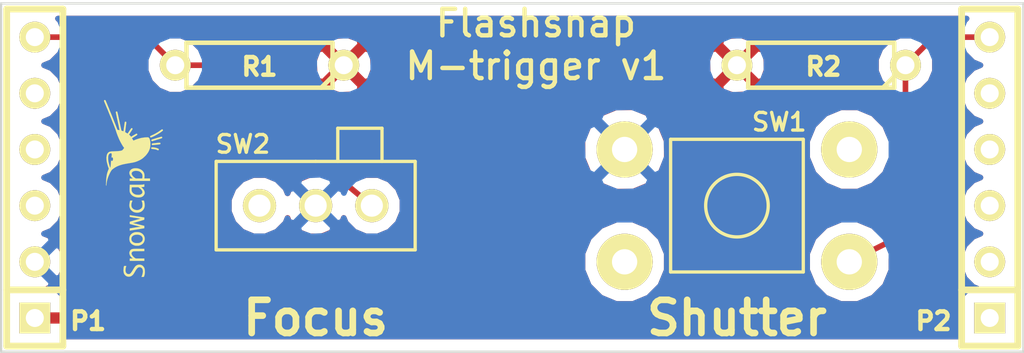
<source format=kicad_pcb>
(kicad_pcb (version 3) (host pcbnew "(2013-jul-07)-stable")

  (general
    (links 8)
    (no_connects 0)
    (area 176.6316 135.483599 225.196401 151.536401)
    (thickness 1.6)
    (drawings 7)
    (tracks 8)
    (zones 0)
    (modules 7)
    (nets 5)
  )

  (page A3)
  (layers
    (15 F.Cu signal)
    (0 B.Cu signal)
    (16 B.Adhes user)
    (17 F.Adhes user)
    (18 B.Paste user)
    (19 F.Paste user)
    (20 B.SilkS user)
    (21 F.SilkS user)
    (22 B.Mask user)
    (23 F.Mask user)
    (24 Dwgs.User user)
    (25 Cmts.User user)
    (26 Eco1.User user)
    (27 Eco2.User user)
    (28 Edge.Cuts user)
  )

  (setup
    (last_trace_width 0.254)
    (trace_clearance 0.254)
    (zone_clearance 0.508)
    (zone_45_only no)
    (trace_min 0.254)
    (segment_width 0.2)
    (edge_width 0.1)
    (via_size 0.889)
    (via_drill 0.635)
    (via_min_size 0.889)
    (via_min_drill 0.508)
    (uvia_size 0.508)
    (uvia_drill 0.127)
    (uvias_allowed no)
    (uvia_min_size 0.508)
    (uvia_min_drill 0.127)
    (pcb_text_width 0.3)
    (pcb_text_size 1.5 1.5)
    (mod_edge_width 0.15)
    (mod_text_size 1 1)
    (mod_text_width 0.15)
    (pad_size 2.54 2.54)
    (pad_drill 1.143)
    (pad_to_mask_clearance 0)
    (aux_axis_origin 0 0)
    (visible_elements FFFFFFBF)
    (pcbplotparams
      (layerselection 284196865)
      (usegerberextensions true)
      (excludeedgelayer true)
      (linewidth 0.150000)
      (plotframeref false)
      (viasonmask false)
      (mode 1)
      (useauxorigin false)
      (hpglpennumber 1)
      (hpglpenspeed 20)
      (hpglpendiameter 15)
      (hpglpenoverlay 2)
      (psnegative false)
      (psa4output false)
      (plotreference true)
      (plotvalue true)
      (plotothertext true)
      (plotinvisibletext false)
      (padsonsilk false)
      (subtractmaskfromsilk false)
      (outputformat 1)
      (mirror false)
      (drillshape 0)
      (scaleselection 1)
      (outputdirectory gerber/))
  )

  (net 0 "")
  (net 1 N-000001)
  (net 2 N-000005)
  (net 3 N-000006)
  (net 4 N-000008)

  (net_class Default "This is the default net class."
    (clearance 0.254)
    (trace_width 0.254)
    (via_dia 0.889)
    (via_drill 0.635)
    (uvia_dia 0.508)
    (uvia_drill 0.127)
    (add_net "")
    (add_net N-000001)
    (add_net N-000005)
    (add_net N-000006)
    (add_net N-000008)
  )

  (module SLIDE_SWITCH (layer F.Cu) (tedit 5491E605) (tstamp 5485A56E)
    (at 193.04 144.78)
    (path /54858A81)
    (fp_text reference SW2 (at -3.29 -2.78) (layer F.SilkS)
      (effects (font (size 0.8 0.8) (thickness 0.15)))
    )
    (fp_text value DUAL_SWITCH_INV (at 0 3.81) (layer F.SilkS) hide
      (effects (font (size 1 1) (thickness 0.15)))
    )
    (fp_line (start 3 -2) (end 3 -3.5) (layer F.SilkS) (width 0.15))
    (fp_line (start 3 -3.5) (end 1 -3.5) (layer F.SilkS) (width 0.15))
    (fp_line (start 1 -3.5) (end 1 -2) (layer F.SilkS) (width 0.15))
    (fp_line (start 0 -2) (end 4.5 -2) (layer F.SilkS) (width 0.15))
    (fp_line (start 4.5 -2) (end 4.5 2) (layer F.SilkS) (width 0.15))
    (fp_line (start 4.5 2) (end -4.5 2) (layer F.SilkS) (width 0.15))
    (fp_line (start -4.5 2) (end -4.5 -2) (layer F.SilkS) (width 0.15))
    (fp_line (start -4.5 -2) (end 0 -2) (layer F.SilkS) (width 0.15))
    (pad 2 thru_hole circle (at 0 0) (size 1.5 1.5) (drill 1)
      (layers *.Cu *.Mask F.SilkS)
      (net 3 N-000006)
    )
    (pad 1 thru_hole circle (at 2.54 0) (size 1.5 1.5) (drill 1)
      (layers *.Cu *.Mask F.SilkS)
      (net 1 N-000001)
    )
    (pad 3 thru_hole circle (at -2.54 0) (size 1.5 1.5) (drill 1)
      (layers *.Cu *.Mask F.SilkS)
    )
  )

  (module SW_PUSH_6MM (layer F.Cu) (tedit 5491E60B) (tstamp 5485A7D6)
    (at 212.09 144.78)
    (descr "Bouton poussoir")
    (tags "SWITCH DEV")
    (path /54858A72)
    (autoplace_cost180 10)
    (fp_text reference SW1 (at 1.91 -3.78) (layer F.SilkS)
      (effects (font (size 0.8 0.8) (thickness 0.15)))
    )
    (fp_text value SW_PUSH (at 0 0) (layer F.SilkS) hide
      (effects (font (size 1.27 1.27) (thickness 0.254)))
    )
    (fp_circle (center 0 0) (end 1 1) (layer F.SilkS) (width 0.15))
    (fp_line (start 3 3) (end 3 -3) (layer F.SilkS) (width 0.15))
    (fp_line (start 3 -3) (end -3 -3) (layer F.SilkS) (width 0.15))
    (fp_line (start -3 -3) (end -3 3) (layer F.SilkS) (width 0.15))
    (fp_line (start -3 3) (end 3 3) (layer F.SilkS) (width 0.15))
    (pad 1 thru_hole circle (at -5.08 -2.54) (size 2.54 2.54) (drill 1.143)
      (layers *.Cu *.Mask F.SilkS)
      (net 3 N-000006)
    )
    (pad 2 thru_hole circle (at 5.08 2.54) (size 2.54 2.54) (drill 1.143)
      (layers *.Cu *.Mask F.SilkS)
      (net 2 N-000005)
    )
    (pad 4 thru_hole circle (at 5.08 -2.54) (size 2.54 2.54) (drill 1.143)
      (layers *.Cu *.Mask F.SilkS)
    )
    (pad 5 thru_hole circle (at -5.08 2.54) (size 2.54 2.54) (drill 1.143)
      (layers *.Cu *.Mask F.SilkS)
    )
    (model device/switch_push.wrl
      (at (xyz 0 0 0))
      (scale (xyz 1 1 1))
      (rotate (xyz 0 0 0))
    )
  )

  (module R3 (layer F.Cu) (tedit 5491E5AD) (tstamp 5491E425)
    (at 190.5 138.43 180)
    (descr "Resitance 3 pas")
    (tags R)
    (path /54858A90)
    (autoplace_cost180 10)
    (fp_text reference R1 (at 0 -0.07 180) (layer F.SilkS)
      (effects (font (size 0.8 0.8) (thickness 0.2)))
    )
    (fp_text value R (at 0 0.127 180) (layer F.SilkS) hide
      (effects (font (size 1.397 1.27) (thickness 0.2032)))
    )
    (fp_line (start -3.81 0) (end -3.302 0) (layer F.SilkS) (width 0.2032))
    (fp_line (start 3.81 0) (end 3.302 0) (layer F.SilkS) (width 0.2032))
    (fp_line (start 3.302 0) (end 3.302 -1.016) (layer F.SilkS) (width 0.2032))
    (fp_line (start 3.302 -1.016) (end -3.302 -1.016) (layer F.SilkS) (width 0.2032))
    (fp_line (start -3.302 -1.016) (end -3.302 1.016) (layer F.SilkS) (width 0.2032))
    (fp_line (start -3.302 1.016) (end 3.302 1.016) (layer F.SilkS) (width 0.2032))
    (fp_line (start 3.302 1.016) (end 3.302 0) (layer F.SilkS) (width 0.2032))
    (fp_line (start -3.302 -0.508) (end -2.794 -1.016) (layer F.SilkS) (width 0.2032))
    (pad 1 thru_hole circle (at -3.81 0 180) (size 1.397 1.397) (drill 0.8128)
      (layers *.Cu *.Mask F.SilkS)
      (net 4 N-000008)
    )
    (pad 2 thru_hole circle (at 3.81 0 180) (size 1.397 1.397) (drill 0.8128)
      (layers *.Cu *.Mask F.SilkS)
      (net 1 N-000001)
    )
    (model discret/resistor.wrl
      (at (xyz 0 0 0))
      (scale (xyz 0.3 0.3 0.3))
      (rotate (xyz 0 0 0))
    )
  )

  (module R3 (layer F.Cu) (tedit 5491E5BD) (tstamp 5485EB6B)
    (at 215.9 138.43 180)
    (descr "Resitance 3 pas")
    (tags R)
    (path /54858A9F)
    (autoplace_cost180 10)
    (fp_text reference R2 (at -0.1 -0.07 180) (layer F.SilkS)
      (effects (font (size 0.8 0.8) (thickness 0.2)))
    )
    (fp_text value R (at 0 0.127 180) (layer F.SilkS) hide
      (effects (font (size 1.397 1.27) (thickness 0.2032)))
    )
    (fp_line (start -3.81 0) (end -3.302 0) (layer F.SilkS) (width 0.2032))
    (fp_line (start 3.81 0) (end 3.302 0) (layer F.SilkS) (width 0.2032))
    (fp_line (start 3.302 0) (end 3.302 -1.016) (layer F.SilkS) (width 0.2032))
    (fp_line (start 3.302 -1.016) (end -3.302 -1.016) (layer F.SilkS) (width 0.2032))
    (fp_line (start -3.302 -1.016) (end -3.302 1.016) (layer F.SilkS) (width 0.2032))
    (fp_line (start -3.302 1.016) (end 3.302 1.016) (layer F.SilkS) (width 0.2032))
    (fp_line (start 3.302 1.016) (end 3.302 0) (layer F.SilkS) (width 0.2032))
    (fp_line (start -3.302 -0.508) (end -2.794 -1.016) (layer F.SilkS) (width 0.2032))
    (pad 1 thru_hole circle (at -3.81 0 180) (size 1.397 1.397) (drill 0.8128)
      (layers *.Cu *.Mask F.SilkS)
      (net 2 N-000005)
    )
    (pad 2 thru_hole circle (at 3.81 0 180) (size 1.397 1.397) (drill 0.8128)
      (layers *.Cu *.Mask F.SilkS)
      (net 4 N-000008)
    )
    (model discret/resistor.wrl
      (at (xyz 0 0 0))
      (scale (xyz 0.3 0.3 0.3))
      (rotate (xyz 0 0 0))
    )
  )

  (module SIL-6 (layer F.Cu) (tedit 5491E633) (tstamp 5491E294)
    (at 180.34 143.51 90)
    (descr "Connecteur 6 pins")
    (tags "CONN DEV")
    (path /5491E0C0)
    (fp_text reference P1 (at -6.49 2.41 180) (layer F.SilkS)
      (effects (font (size 0.8 0.8) (thickness 0.2)))
    )
    (fp_text value CONN_6 (at 0 -2.54 90) (layer F.SilkS) hide
      (effects (font (size 1.524 1.016) (thickness 0.3048)))
    )
    (fp_line (start -7.62 1.27) (end -7.62 -1.27) (layer F.SilkS) (width 0.3048))
    (fp_line (start -7.62 -1.27) (end 7.62 -1.27) (layer F.SilkS) (width 0.3048))
    (fp_line (start 7.62 -1.27) (end 7.62 1.27) (layer F.SilkS) (width 0.3048))
    (fp_line (start 7.62 1.27) (end -7.62 1.27) (layer F.SilkS) (width 0.3048))
    (fp_line (start -5.08 1.27) (end -5.08 -1.27) (layer F.SilkS) (width 0.3048))
    (pad 1 thru_hole rect (at -6.35 0 90) (size 1.397 1.397) (drill 0.8128)
      (layers *.Cu *.Mask F.SilkS)
      (net 4 N-000008)
    )
    (pad 2 thru_hole circle (at -3.81 0 90) (size 1.397 1.397) (drill 0.8128)
      (layers *.Cu *.Mask F.SilkS)
      (net 3 N-000006)
    )
    (pad 3 thru_hole circle (at -1.27 0 90) (size 1.397 1.397) (drill 0.8128)
      (layers *.Cu *.Mask F.SilkS)
    )
    (pad 4 thru_hole circle (at 1.27 0 90) (size 1.397 1.397) (drill 0.8128)
      (layers *.Cu *.Mask F.SilkS)
    )
    (pad 5 thru_hole circle (at 3.81 0 90) (size 1.397 1.397) (drill 0.8128)
      (layers *.Cu *.Mask F.SilkS)
    )
    (pad 6 thru_hole circle (at 6.35 0 90) (size 1.397 1.397) (drill 0.8128)
      (layers *.Cu *.Mask F.SilkS)
      (net 1 N-000001)
    )
  )

  (module SIL-6 (layer F.Cu) (tedit 5491E62E) (tstamp 5491E2A3)
    (at 223.52 143.51 90)
    (descr "Connecteur 6 pins")
    (tags "CONN DEV")
    (path /5491E0EA)
    (fp_text reference P2 (at -6.49 -2.54 180) (layer F.SilkS)
      (effects (font (size 0.8 0.8) (thickness 0.2)))
    )
    (fp_text value CONN_6 (at 0 -2.54 90) (layer F.SilkS) hide
      (effects (font (size 1.524 1.016) (thickness 0.3048)))
    )
    (fp_line (start -7.62 1.27) (end -7.62 -1.27) (layer F.SilkS) (width 0.3048))
    (fp_line (start -7.62 -1.27) (end 7.62 -1.27) (layer F.SilkS) (width 0.3048))
    (fp_line (start 7.62 -1.27) (end 7.62 1.27) (layer F.SilkS) (width 0.3048))
    (fp_line (start 7.62 1.27) (end -7.62 1.27) (layer F.SilkS) (width 0.3048))
    (fp_line (start -5.08 1.27) (end -5.08 -1.27) (layer F.SilkS) (width 0.3048))
    (pad 1 thru_hole rect (at -6.35 0 90) (size 1.397 1.397) (drill 0.8128)
      (layers *.Cu *.Mask F.SilkS)
    )
    (pad 2 thru_hole circle (at -3.81 0 90) (size 1.397 1.397) (drill 0.8128)
      (layers *.Cu *.Mask F.SilkS)
    )
    (pad 3 thru_hole circle (at -1.27 0 90) (size 1.397 1.397) (drill 0.8128)
      (layers *.Cu *.Mask F.SilkS)
    )
    (pad 4 thru_hole circle (at 1.27 0 90) (size 1.397 1.397) (drill 0.8128)
      (layers *.Cu *.Mask F.SilkS)
    )
    (pad 5 thru_hole circle (at 3.81 0 90) (size 1.397 1.397) (drill 0.8128)
      (layers *.Cu *.Mask F.SilkS)
    )
    (pad 6 thru_hole circle (at 6.35 0 90) (size 1.397 1.397) (drill 0.8128)
      (layers *.Cu *.Mask F.SilkS)
      (net 2 N-000005)
    )
  )

  (module LOGO_SMALL_SNOWCAP_FRONT (layer F.Cu) (tedit 527E9295) (tstamp 5492DAA5)
    (at 184.8 144 90)
    (fp_text reference VAL (at 0 0 90) (layer F.SilkS) hide
      (effects (font (size 0.381 0.381) (thickness 0.127)))
    )
    (fp_text value REF (at 0 0 90) (layer F.SilkS) hide
      (effects (font (size 0.381 0.381) (thickness 0.127)))
    )
    (fp_poly (pts (xy 2.66954 1.30302) (xy 2.667 1.31318) (xy 2.65938 1.3208) (xy 2.64922 1.33096)
      (xy 2.63652 1.33604) (xy 2.62636 1.3335) (xy 2.61874 1.3335) (xy 2.61112 1.32842)
      (xy 2.6035 1.3208) (xy 2.59334 1.3081) (xy 2.58064 1.29286) (xy 2.5654 1.27254)
      (xy 2.49936 1.17602) (xy 2.4384 1.07442) (xy 2.37998 0.96774) (xy 2.33172 0.86868)
      (xy 2.32156 0.84074) (xy 2.3114 0.82296) (xy 2.30632 0.80772) (xy 2.30378 0.79502)
      (xy 2.30378 0.7874) (xy 2.30378 0.77978) (xy 2.30632 0.77216) (xy 2.30632 0.77216)
      (xy 2.31394 0.762) (xy 2.32664 0.75438) (xy 2.33934 0.75184) (xy 2.34696 0.75184)
      (xy 2.35458 0.75438) (xy 2.3622 0.75946) (xy 2.36982 0.76708) (xy 2.37744 0.77978)
      (xy 2.38506 0.79756) (xy 2.39776 0.82296) (xy 2.4003 0.83058) (xy 2.43332 0.9017)
      (xy 2.46888 0.97282) (xy 2.50952 1.04394) (xy 2.55016 1.11252) (xy 2.59334 1.17602)
      (xy 2.63398 1.23444) (xy 2.63906 1.24206) (xy 2.6543 1.26238) (xy 2.66446 1.28016)
      (xy 2.66954 1.29286) (xy 2.66954 1.30302) (xy 2.66954 1.30302)) (layer F.SilkS) (width 0.00254))
    (fp_poly (pts (xy 2.33934 1.26746) (xy 2.33426 1.2827) (xy 2.32664 1.29286) (xy 2.3114 1.30048)
      (xy 2.2987 1.30302) (xy 2.28346 1.29794) (xy 2.27838 1.2954) (xy 2.2733 1.28778)
      (xy 2.26568 1.27762) (xy 2.26568 1.27254) (xy 2.26314 1.26492) (xy 2.25806 1.25222)
      (xy 2.25044 1.2319) (xy 2.24282 1.2065) (xy 2.2352 1.17856) (xy 2.22504 1.14808)
      (xy 2.21488 1.11252) (xy 2.20472 1.0795) (xy 2.19456 1.04394) (xy 2.18186 1.00838)
      (xy 2.1717 0.97536) (xy 2.16408 0.94234) (xy 2.15392 0.9144) (xy 2.14884 0.89154)
      (xy 2.14122 0.87122) (xy 2.13868 0.85852) (xy 2.13614 0.8509) (xy 2.13614 0.84074)
      (xy 2.13868 0.83312) (xy 2.14884 0.81788) (xy 2.16408 0.81026) (xy 2.17678 0.81026)
      (xy 2.19202 0.8128) (xy 2.20218 0.8255) (xy 2.20726 0.83312) (xy 2.21234 0.84074)
      (xy 2.21742 0.85598) (xy 2.2225 0.8763) (xy 2.23012 0.9017) (xy 2.24028 0.93218)
      (xy 2.25044 0.9652) (xy 2.2606 0.99822) (xy 2.27076 1.03378) (xy 2.28346 1.06934)
      (xy 2.29362 1.1049) (xy 2.30378 1.14046) (xy 2.3114 1.17094) (xy 2.32156 1.20142)
      (xy 2.32664 1.22428) (xy 2.33172 1.2446) (xy 2.3368 1.25984) (xy 2.33934 1.26746)
      (xy 2.33934 1.26746) (xy 2.33934 1.26746)) (layer F.SilkS) (width 0.00254))
    (fp_poly (pts (xy 2.06502 1.17602) (xy 2.06502 1.18872) (xy 2.06502 1.19634) (xy 2.06248 1.20142)
      (xy 2.06248 1.2065) (xy 2.05994 1.20904) (xy 2.05486 1.21412) (xy 2.05486 1.21412)
      (xy 2.03962 1.22428) (xy 2.02438 1.22428) (xy 2.01168 1.2192) (xy 2.0066 1.21412)
      (xy 1.99644 1.20396) (xy 1.99136 1.19126) (xy 1.99136 1.18872) (xy 1.99136 1.1811)
      (xy 1.98882 1.1684) (xy 1.98628 1.14808) (xy 1.98374 1.12268) (xy 1.9812 1.09474)
      (xy 1.97866 1.06172) (xy 1.97358 1.02616) (xy 1.97358 1.01854) (xy 1.9685 0.9779)
      (xy 1.96596 0.94488) (xy 1.96342 0.91948) (xy 1.96342 0.89916) (xy 1.96088 0.88392)
      (xy 1.96088 0.87122) (xy 1.96088 0.8636) (xy 1.96088 0.85598) (xy 1.96088 0.85344)
      (xy 1.96342 0.84836) (xy 1.96596 0.84582) (xy 1.97612 0.83312) (xy 1.98882 0.8255)
      (xy 2.00406 0.8255) (xy 2.01676 0.83312) (xy 2.02692 0.84328) (xy 2.02946 0.84836)
      (xy 2.032 0.85852) (xy 2.03454 0.87376) (xy 2.03708 0.89662) (xy 2.04216 0.9271)
      (xy 2.0447 0.96266) (xy 2.04978 1.00584) (xy 2.04978 1.00584) (xy 2.05486 1.04902)
      (xy 2.05994 1.08712) (xy 2.06248 1.1176) (xy 2.06502 1.143) (xy 2.06502 1.16078)
      (xy 2.06502 1.17602) (xy 2.06502 1.17602)) (layer F.SilkS) (width 0.00254))
    (fp_poly (pts (xy 1.85674 0.85852) (xy 1.85674 0.87884) (xy 1.8542 0.90678) (xy 1.85166 0.93726)
      (xy 1.84658 0.97028) (xy 1.8415 0.99822) (xy 1.83388 1.02362) (xy 1.83388 1.0287)
      (xy 1.82372 1.05918) (xy 1.81356 1.08712) (xy 1.8034 1.11252) (xy 1.79324 1.1303)
      (xy 1.78308 1.143) (xy 1.778 1.14554) (xy 1.76276 1.14808) (xy 1.74752 1.14554)
      (xy 1.73736 1.14046) (xy 1.7272 1.1303) (xy 1.72212 1.1176) (xy 1.72466 1.10236)
      (xy 1.73228 1.08204) (xy 1.73482 1.07696) (xy 1.74752 1.04394) (xy 1.76022 1.00584)
      (xy 1.76784 0.9652) (xy 1.77546 0.9144) (xy 1.78054 0.86106) (xy 1.78308 0.84328)
      (xy 1.78562 0.83058) (xy 1.78816 0.82042) (xy 1.7907 0.81534) (xy 1.79578 0.81026)
      (xy 1.79578 0.81026) (xy 1.81102 0.80264) (xy 1.82626 0.80264) (xy 1.8415 0.80772)
      (xy 1.84658 0.8128) (xy 1.85166 0.81788) (xy 1.8542 0.8255) (xy 1.85674 0.83312)
      (xy 1.85674 0.84582) (xy 1.85674 0.85852) (xy 1.85674 0.85852)) (layer F.SilkS) (width 0.00254))
    (fp_poly (pts (xy 3.99796 -1.29286) (xy 3.99542 -1.28016) (xy 3.9878 -1.26746) (xy 3.9878 -1.26492)
      (xy 3.98018 -1.26238) (xy 3.96748 -1.2573) (xy 3.9497 -1.24714) (xy 3.92938 -1.23952)
      (xy 3.90652 -1.22936) (xy 3.8989 -1.22682) (xy 3.88112 -1.2192) (xy 3.85826 -1.20904)
      (xy 3.82778 -1.19634) (xy 3.79222 -1.1811) (xy 3.75412 -1.16586) (xy 3.71348 -1.15062)
      (xy 3.6703 -1.1303) (xy 3.62712 -1.11252) (xy 3.5814 -1.09474) (xy 3.57378 -1.0922)
      (xy 3.48488 -1.05664) (xy 3.39598 -1.01854) (xy 3.30454 -0.98044) (xy 3.2131 -0.94488)
      (xy 3.1242 -0.90932) (xy 3.0353 -0.87376) (xy 2.95148 -0.84074) (xy 2.8702 -0.80772)
      (xy 2.79654 -0.77978) (xy 2.78892 -0.77724) (xy 2.75844 -0.76454) (xy 2.7305 -0.75438)
      (xy 2.7051 -0.74422) (xy 2.68478 -0.7366) (xy 2.66954 -0.73152) (xy 2.65938 -0.72644)
      (xy 2.65684 -0.72644) (xy 2.65176 -0.7239) (xy 2.64922 -0.71882) (xy 2.64668 -0.70866)
      (xy 2.64414 -0.69342) (xy 2.6416 -0.67564) (xy 2.63906 -0.65786) (xy 2.63652 -0.64262)
      (xy 2.63652 -0.62992) (xy 2.63652 -0.62738) (xy 2.63906 -0.62738) (xy 2.65176 -0.62992)
      (xy 2.66954 -0.635) (xy 2.6924 -0.64008) (xy 2.72288 -0.64516) (xy 2.75844 -0.65278)
      (xy 2.79908 -0.6604) (xy 2.84226 -0.67056) (xy 2.89052 -0.68072) (xy 2.94132 -0.69342)
      (xy 2.99466 -0.70358) (xy 3.03022 -0.7112) (xy 3.0861 -0.7239) (xy 3.13944 -0.73406)
      (xy 3.19024 -0.74676) (xy 3.2385 -0.75692) (xy 3.28168 -0.76454) (xy 3.32232 -0.7747)
      (xy 3.35534 -0.77978) (xy 3.38582 -0.7874) (xy 3.41122 -0.79248) (xy 3.429 -0.79502)
      (xy 3.43916 -0.79756) (xy 3.4417 -0.79756) (xy 3.45948 -0.79502) (xy 3.46964 -0.78486)
      (xy 3.47726 -0.77216) (xy 3.4798 -0.762) (xy 3.47726 -0.74676) (xy 3.4671 -0.73406)
      (xy 3.45948 -0.72898) (xy 3.4544 -0.72644) (xy 3.4417 -0.7239) (xy 3.42138 -0.71882)
      (xy 3.39598 -0.71374) (xy 3.3655 -0.70612) (xy 3.32994 -0.6985) (xy 3.28676 -0.68834)
      (xy 3.24104 -0.67818) (xy 3.19278 -0.66802) (xy 3.14198 -0.65786) (xy 3.0861 -0.64516)
      (xy 3.03022 -0.63246) (xy 2.61366 -0.54356) (xy 2.60096 -0.50292) (xy 2.59334 -0.4826)
      (xy 2.58826 -0.46736) (xy 2.58318 -0.4572) (xy 2.58318 -0.45212) (xy 2.58318 -0.44958)
      (xy 2.58572 -0.44958) (xy 2.58572 -0.44958) (xy 2.59334 -0.44958) (xy 2.60604 -0.44704)
      (xy 2.62636 -0.4445) (xy 2.64922 -0.44196) (xy 2.6797 -0.43688) (xy 2.71018 -0.43434)
      (xy 2.7432 -0.42926) (xy 2.77876 -0.42418) (xy 2.81432 -0.4191) (xy 2.84988 -0.41402)
      (xy 2.8829 -0.40894) (xy 2.91338 -0.4064) (xy 2.94132 -0.40132) (xy 2.96418 -0.39878)
      (xy 2.97942 -0.39624) (xy 2.99212 -0.3937) (xy 2.9972 -0.39116) (xy 3.0099 -0.38354)
      (xy 3.01752 -0.3683) (xy 3.01752 -0.35306) (xy 3.01244 -0.33528) (xy 2.99974 -0.32512)
      (xy 2.9845 -0.32004) (xy 2.98196 -0.32004) (xy 2.97688 -0.32258) (xy 2.96164 -0.32258)
      (xy 2.94132 -0.32512) (xy 2.91592 -0.32766) (xy 2.88544 -0.33274) (xy 2.85242 -0.33782)
      (xy 2.81432 -0.34036) (xy 2.77368 -0.34798) (xy 2.7559 -0.34798) (xy 2.71526 -0.3556)
      (xy 2.6797 -0.35814) (xy 2.64414 -0.36322) (xy 2.61366 -0.3683) (xy 2.58826 -0.37084)
      (xy 2.5654 -0.37338) (xy 2.5527 -0.37338) (xy 2.54508 -0.37338) (xy 2.54254 -0.37338)
      (xy 2.54 -0.37084) (xy 2.53492 -0.36068) (xy 2.5273 -0.34544) (xy 2.51714 -0.32766)
      (xy 2.50952 -0.3175) (xy 2.47904 -0.26416) (xy 2.59588 -0.18542) (xy 2.62382 -0.16764)
      (xy 2.64922 -0.14986) (xy 2.67208 -0.13462) (xy 2.6924 -0.11938) (xy 2.7051 -0.10922)
      (xy 2.71526 -0.1016) (xy 2.72034 -0.09652) (xy 2.72542 -0.08128) (xy 2.72542 -0.06604)
      (xy 2.71526 -0.05334) (xy 2.71526 -0.05334) (xy 2.71018 -0.04572) (xy 2.70256 -0.04318)
      (xy 2.69748 -0.04064) (xy 2.68986 -0.04064) (xy 2.6797 -0.04318) (xy 2.66954 -0.04826)
      (xy 2.6543 -0.05588) (xy 2.63398 -0.06858) (xy 2.61112 -0.08382) (xy 2.58064 -0.1016)
      (xy 2.55778 -0.11938) (xy 2.52984 -0.13716) (xy 2.50444 -0.1524) (xy 2.48158 -0.16764)
      (xy 2.4638 -0.18034) (xy 2.44856 -0.1905) (xy 2.4384 -0.19558) (xy 2.43586 -0.19558)
      (xy 2.43332 -0.19304) (xy 2.4257 -0.18542) (xy 2.413 -0.17526) (xy 2.40792 -0.17018)
      (xy 2.39522 -0.15748) (xy 2.38252 -0.14478) (xy 2.36474 -0.12954) (xy 2.35204 -0.11938)
      (xy 2.33934 -0.10922) (xy 2.33426 -0.10668) (xy 2.3368 -0.10414) (xy 2.34188 -0.09398)
      (xy 2.35204 -0.07874) (xy 2.3622 -0.06096) (xy 2.37744 -0.0381) (xy 2.39268 -0.0127)
      (xy 2.40538 0.01016) (xy 2.4257 0.04318) (xy 2.44094 0.07112) (xy 2.45618 0.09398)
      (xy 2.4638 0.11176) (xy 2.47142 0.127) (xy 2.47396 0.13716) (xy 2.4765 0.14478)
      (xy 2.47396 0.1524) (xy 2.47142 0.15748) (xy 2.46634 0.16256) (xy 2.4638 0.1651)
      (xy 2.44856 0.17526) (xy 2.43332 0.17526) (xy 2.42062 0.17018) (xy 2.413 0.16256)
      (xy 2.40792 0.15748) (xy 2.39776 0.14478) (xy 2.3876 0.127) (xy 2.37236 0.10668)
      (xy 2.35712 0.08128) (xy 2.34188 0.05334) (xy 2.33426 0.04318) (xy 2.31902 0.01778)
      (xy 2.30378 -0.00762) (xy 2.29108 -0.02794) (xy 2.28092 -0.04572) (xy 2.2733 -0.05842)
      (xy 2.26822 -0.0635) (xy 2.26822 -0.0635) (xy 2.26314 -0.0635) (xy 2.25552 -0.05842)
      (xy 2.24028 -0.04826) (xy 2.22504 -0.0381) (xy 2.21488 -0.03302) (xy 2.16154 0)
      (xy 2.1717 0.02286) (xy 2.2098 0.11176) (xy 2.24028 0.20574) (xy 2.26822 0.30226)
      (xy 2.28092 0.35052) (xy 2.28854 0.39878) (xy 2.29616 0.44704) (xy 2.30378 0.49784)
      (xy 2.30632 0.54864) (xy 2.30886 0.59436) (xy 2.30886 0.635) (xy 2.30886 0.67564)
      (xy 2.29108 0.69596) (xy 2.27584 0.70866) (xy 2.2606 0.72136) (xy 2.24282 0.72898)
      (xy 2.21996 0.7366) (xy 2.19456 0.74422) (xy 2.14376 0.75692) (xy 2.09804 0.76454)
      (xy 2.05486 0.76708) (xy 2.0066 0.76962) (xy 1.9558 0.76454) (xy 1.9431 0.76454)
      (xy 1.905 0.762) (xy 1.87198 0.75692) (xy 1.84404 0.75184) (xy 1.81864 0.74676)
      (xy 1.79324 0.73914) (xy 1.76784 0.72898) (xy 1.73736 0.71882) (xy 1.7272 0.71374)
      (xy 1.66624 0.6858) (xy 1.61036 0.65278) (xy 1.59512 0.64008) (xy 1.59512 -1.0033)
      (xy 1.59258 -1.01854) (xy 1.58496 -1.04902) (xy 1.57226 -1.07442) (xy 1.5621 -1.08966)
      (xy 1.54432 -1.1049) (xy 1.51892 -1.1176) (xy 1.49352 -1.12776) (xy 1.46558 -1.13538)
      (xy 1.44526 -1.14046) (xy 1.41986 -1.14046) (xy 1.39192 -1.143) (xy 1.36144 -1.143)
      (xy 1.32842 -1.143) (xy 1.29794 -1.14046) (xy 1.27 -1.13792) (xy 1.25222 -1.13538)
      (xy 1.21666 -1.1303) (xy 1.17856 -1.12268) (xy 1.13792 -1.11252) (xy 1.09474 -1.09982)
      (xy 1.05156 -1.08712) (xy 1.01092 -1.07442) (xy 0.97536 -1.06172) (xy 0.9652 -1.05918)
      (xy 0.9271 -1.04394) (xy 0.94742 -1.0414) (xy 0.97028 -1.03632) (xy 0.99822 -1.03378)
      (xy 1.03124 -1.03124) (xy 1.0668 -1.02616) (xy 1.10236 -1.02362) (xy 1.13538 -1.02108)
      (xy 1.1684 -1.01854) (xy 1.19888 -1.016) (xy 1.22174 -1.01346) (xy 1.23952 -1.01346)
      (xy 1.23952 -1.01346) (xy 1.27254 -1.01346) (xy 1.2573 -1.0033) (xy 1.2446 -0.9906)
      (xy 1.23952 -0.9779) (xy 1.24206 -0.96266) (xy 1.24206 -0.96012) (xy 1.24968 -0.94742)
      (xy 1.26238 -0.9398) (xy 1.2827 -0.92964) (xy 1.29032 -0.9271) (xy 1.3081 -0.92456)
      (xy 1.32842 -0.92202) (xy 1.34874 -0.92456) (xy 1.36652 -0.9271) (xy 1.38176 -0.93218)
      (xy 1.38176 -0.93218) (xy 1.397 -0.94488) (xy 1.40462 -0.95758) (xy 1.40462 -0.97282)
      (xy 1.397 -0.98552) (xy 1.39446 -0.9906) (xy 1.38938 -0.99314) (xy 1.38938 -0.99568)
      (xy 1.38938 -0.99568) (xy 1.397 -0.99568) (xy 1.41224 -0.99314) (xy 1.42494 -0.9906)
      (xy 1.44526 -0.98806) (xy 1.46812 -0.98552) (xy 1.49352 -0.98298) (xy 1.50368 -0.98298)
      (xy 1.524 -0.98044) (xy 1.53924 -0.98044) (xy 1.54686 -0.98298) (xy 1.55702 -0.98552)
      (xy 1.56464 -0.98806) (xy 1.57226 -0.9906) (xy 1.59512 -1.0033) (xy 1.59512 0.64008)
      (xy 1.55702 0.61468) (xy 1.50368 0.5715) (xy 1.46812 0.53848) (xy 1.42494 0.49276)
      (xy 1.38684 0.45212) (xy 1.35128 0.40894) (xy 1.3208 0.36322) (xy 1.29286 0.3175)
      (xy 1.26746 0.2667) (xy 1.24206 0.21082) (xy 1.2192 0.15748) (xy 1.20904 0.127)
      (xy 1.19888 0.1016) (xy 1.19126 0.07366) (xy 1.18364 0.04572) (xy 1.17602 0.01524)
      (xy 1.1684 -0.02032) (xy 1.16078 -0.05842) (xy 1.15316 -0.1016) (xy 1.14554 -0.1524)
      (xy 1.14046 -0.17526) (xy 1.12776 -0.254) (xy 1.11506 -0.32512) (xy 1.10236 -0.39116)
      (xy 1.08966 -0.45212) (xy 1.07696 -0.508) (xy 1.06172 -0.5588) (xy 1.04648 -0.60706)
      (xy 1.0287 -0.65532) (xy 1.01092 -0.70104) (xy 0.9906 -0.74676) (xy 0.97282 -0.78232)
      (xy 0.96266 -0.8001) (xy 0.94996 -0.82042) (xy 0.93472 -0.84582) (xy 0.91948 -0.86868)
      (xy 0.9017 -0.89408) (xy 0.88392 -0.91948) (xy 0.86614 -0.9398) (xy 0.85344 -0.96012)
      (xy 0.84074 -0.97282) (xy 0.83058 -0.98044) (xy 0.83058 -0.98044) (xy 0.79502 -1.00584)
      (xy 0.75438 -1.03124) (xy 0.70612 -1.05664) (xy 0.65532 -1.08204) (xy 0.60452 -1.1049)
      (xy 0.55118 -1.12776) (xy 0.50038 -1.14808) (xy 0.44958 -1.16332) (xy 0.4445 -1.16586)
      (xy 0.39878 -1.17856) (xy 0.35814 -1.18872) (xy 0.32258 -1.19888) (xy 0.28956 -1.20396)
      (xy 0.254 -1.21158) (xy 0.22098 -1.21412) (xy 0.18542 -1.2192) (xy 0.16256 -1.2192)
      (xy 0.14478 -1.22174) (xy 0.13462 -1.22174) (xy 0.127 -1.22428) (xy 0.12446 -1.22682)
      (xy 0.12446 -1.22936) (xy 0.12446 -1.23444) (xy 0.12954 -1.23698) (xy 0.13462 -1.23952)
      (xy 0.14478 -1.23952) (xy 0.16002 -1.24206) (xy 0.18034 -1.24206) (xy 0.20574 -1.23952)
      (xy 0.23876 -1.23952) (xy 0.27432 -1.23952) (xy 0.3556 -1.23444) (xy 0.42672 -1.22936)
      (xy 0.49276 -1.22174) (xy 0.55626 -1.21412) (xy 0.61214 -1.20396) (xy 0.66548 -1.1938)
      (xy 0.71882 -1.17856) (xy 0.76708 -1.16332) (xy 0.81788 -1.143) (xy 0.8382 -1.13538)
      (xy 0.85852 -1.12776) (xy 0.87376 -1.12014) (xy 0.88646 -1.11506) (xy 0.89662 -1.11506)
      (xy 0.89662 -1.11506) (xy 0.9017 -1.1176) (xy 0.9144 -1.12268) (xy 0.92964 -1.12776)
      (xy 0.9398 -1.1303) (xy 0.97282 -1.143) (xy 1.01346 -1.1557) (xy 1.05664 -1.1684)
      (xy 1.09982 -1.1811) (xy 1.143 -1.19126) (xy 1.18364 -1.20142) (xy 1.22174 -1.20904)
      (xy 1.23698 -1.21158) (xy 1.27 -1.21666) (xy 1.3081 -1.2192) (xy 1.3462 -1.2192)
      (xy 1.3843 -1.22174) (xy 1.41732 -1.2192) (xy 1.4351 -1.21666) (xy 1.4859 -1.20904)
      (xy 1.53162 -1.19634) (xy 1.56972 -1.17856) (xy 1.60274 -1.1557) (xy 1.62814 -1.1303)
      (xy 1.64846 -1.09982) (xy 1.65354 -1.08458) (xy 1.65862 -1.07188) (xy 1.66116 -1.05918)
      (xy 1.66624 -1.0414) (xy 1.66878 -1.02108) (xy 1.67132 -0.99822) (xy 1.67386 -0.97028)
      (xy 1.6764 -0.93472) (xy 1.6764 -0.89408) (xy 1.67894 -0.84836) (xy 1.67894 -0.8382)
      (xy 1.68148 -0.78232) (xy 1.68402 -0.73152) (xy 1.68656 -0.68834) (xy 1.69164 -0.65024)
      (xy 1.69418 -0.61722) (xy 1.69926 -0.58928) (xy 1.70434 -0.56642) (xy 1.70942 -0.5461)
      (xy 1.7145 -0.52832) (xy 1.72212 -0.51308) (xy 1.72212 -0.51308) (xy 1.72466 -0.50546)
      (xy 1.72974 -0.50038) (xy 1.73482 -0.49276) (xy 1.74498 -0.48514) (xy 1.75514 -0.47752)
      (xy 1.77292 -0.46228) (xy 1.78816 -0.45212) (xy 1.8288 -0.4191) (xy 1.8542 -0.43688)
      (xy 1.8796 -0.4572) (xy 1.91262 -0.48006) (xy 1.95072 -0.50292) (xy 1.9939 -0.52832)
      (xy 2.04216 -0.55626) (xy 2.09042 -0.58166) (xy 2.13868 -0.60706) (xy 2.18694 -0.62992)
      (xy 2.2352 -0.65278) (xy 2.26568 -0.66548) (xy 2.30124 -0.68072) (xy 2.33934 -0.69596)
      (xy 2.37998 -0.71374) (xy 2.42316 -0.72898) (xy 2.4638 -0.74422) (xy 2.50444 -0.75946)
      (xy 2.54254 -0.77216) (xy 2.57556 -0.78232) (xy 2.60096 -0.78994) (xy 2.6035 -0.78994)
      (xy 2.62128 -0.79756) (xy 2.64414 -0.80518) (xy 2.67716 -0.81534) (xy 2.71526 -0.83058)
      (xy 2.75844 -0.84836) (xy 2.80924 -0.86614) (xy 2.86512 -0.889) (xy 2.92608 -0.91186)
      (xy 2.99212 -0.9398) (xy 3.06324 -0.96774) (xy 3.13944 -0.99822) (xy 3.21818 -1.0287)
      (xy 3.302 -1.06426) (xy 3.38836 -1.09982) (xy 3.4798 -1.13538) (xy 3.57378 -1.17348)
      (xy 3.66776 -1.21412) (xy 3.76682 -1.25476) (xy 3.85064 -1.29032) (xy 3.88112 -1.30302)
      (xy 3.90652 -1.31318) (xy 3.92684 -1.3208) (xy 3.93954 -1.32588) (xy 3.95224 -1.32842)
      (xy 3.95986 -1.33096) (xy 3.96494 -1.33096) (xy 3.97002 -1.33096) (xy 3.9751 -1.32842)
      (xy 3.9751 -1.32842) (xy 3.9878 -1.3208) (xy 3.99542 -1.3081) (xy 3.99796 -1.29286)
      (xy 3.99796 -1.29286)) (layer F.SilkS) (width 0.00254))
    (fp_poly (pts (xy 0.91186 0.1016) (xy 0.90932 0.15748) (xy 0.9017 0.20828) (xy 0.889 0.254)
      (xy 0.87122 0.29972) (xy 0.86614 0.30988) (xy 0.8382 0.35814) (xy 0.80518 0.40132)
      (xy 0.79248 0.41402) (xy 0.79248 0.13716) (xy 0.79248 0.09144) (xy 0.7874 0.0508)
      (xy 0.77724 0.01524) (xy 0.76454 -0.01778) (xy 0.74676 -0.04318) (xy 0.72644 -0.06096)
      (xy 0.70358 -0.07366) (xy 0.67818 -0.07874) (xy 0.65278 -0.07874) (xy 0.62484 -0.06858)
      (xy 0.59436 -0.05334) (xy 0.56388 -0.03302) (xy 0.53594 -0.00762) (xy 0.50546 0.0254)
      (xy 0.47752 0.0635) (xy 0.47498 0.06858) (xy 0.44958 0.10668) (xy 0.44958 0.25146)
      (xy 0.44958 0.39624) (xy 0.48006 0.40132) (xy 0.50546 0.4064) (xy 0.5334 0.40894)
      (xy 0.56134 0.40894) (xy 0.58674 0.4064) (xy 0.60706 0.40386) (xy 0.61214 0.40386)
      (xy 0.64008 0.3937) (xy 0.66548 0.381) (xy 0.68834 0.36322) (xy 0.7112 0.3429)
      (xy 0.7366 0.31242) (xy 0.75946 0.28194) (xy 0.7747 0.24638) (xy 0.78486 0.20574)
      (xy 0.78994 0.16002) (xy 0.79248 0.13716) (xy 0.79248 0.41402) (xy 0.76962 0.43434)
      (xy 0.73152 0.46228) (xy 0.68834 0.4826) (xy 0.64008 0.4953) (xy 0.635 0.49784)
      (xy 0.6223 0.49784) (xy 0.60198 0.50038) (xy 0.57912 0.50038) (xy 0.55372 0.50038)
      (xy 0.52578 0.50038) (xy 0.50292 0.49784) (xy 0.48006 0.49784) (xy 0.46482 0.4953)
      (xy 0.45974 0.4953) (xy 0.44958 0.49276) (xy 0.44958 0.61976) (xy 0.44958 0.7493)
      (xy 0.3937 0.7493) (xy 0.33782 0.7493) (xy 0.33782 0.28956) (xy 0.33782 -0.17018)
      (xy 0.39116 -0.16764) (xy 0.44704 -0.16764) (xy 0.44704 -0.09652) (xy 0.44958 -0.0254)
      (xy 0.47498 -0.05842) (xy 0.508 -0.09652) (xy 0.54864 -0.12954) (xy 0.58928 -0.15494)
      (xy 0.61976 -0.16764) (xy 0.6477 -0.1778) (xy 0.6731 -0.18288) (xy 0.70104 -0.18288)
      (xy 0.7112 -0.18288) (xy 0.74422 -0.18034) (xy 0.77216 -0.16764) (xy 0.80264 -0.1524)
      (xy 0.83058 -0.127) (xy 0.83312 -0.127) (xy 0.84836 -0.11176) (xy 0.86106 -0.09652)
      (xy 0.87122 -0.07874) (xy 0.87884 -0.0635) (xy 0.89154 -0.03556) (xy 0.89916 -0.00762)
      (xy 0.90678 0.02286) (xy 0.90932 0.05588) (xy 0.91186 0.09398) (xy 0.91186 0.1016)
      (xy 0.91186 0.1016)) (layer F.SilkS) (width 0.00254))
    (fp_poly (pts (xy -3.44678 0.25146) (xy -3.44678 0.29464) (xy -3.45694 0.33528) (xy -3.46964 0.37084)
      (xy -3.48996 0.40894) (xy -3.52044 0.43942) (xy -3.55346 0.46736) (xy -3.59156 0.49022)
      (xy -3.63728 0.50546) (xy -3.66014 0.51054) (xy -3.68046 0.51308) (xy -3.7084 0.51562)
      (xy -3.73634 0.51816) (xy -3.76682 0.51816) (xy -3.7973 0.51816) (xy -3.8227 0.51816)
      (xy -3.84048 0.51562) (xy -3.87604 0.51054) (xy -3.91414 0.50292) (xy -3.95224 0.49022)
      (xy -3.96748 0.48514) (xy -4.0005 0.47498) (xy -4.00304 0.41656) (xy -4.00304 0.36068)
      (xy -3.96748 0.37846) (xy -3.92684 0.3937) (xy -3.88112 0.4064) (xy -3.83794 0.41656)
      (xy -3.7973 0.42418) (xy -3.7592 0.42926) (xy -3.74904 0.42926) (xy -3.71856 0.42672)
      (xy -3.68808 0.4191) (xy -3.6576 0.41148) (xy -3.6322 0.39878) (xy -3.61188 0.38354)
      (xy -3.60934 0.381) (xy -3.58902 0.35814) (xy -3.57378 0.3302) (xy -3.56616 0.29972)
      (xy -3.56362 0.26924) (xy -3.56362 0.2667) (xy -3.5687 0.24638) (xy -3.57378 0.22606)
      (xy -3.58394 0.20828) (xy -3.59664 0.18796) (xy -3.61696 0.17018) (xy -3.63982 0.14986)
      (xy -3.66776 0.12954) (xy -3.70078 0.10668) (xy -3.74396 0.08128) (xy -3.77444 0.0635)
      (xy -3.80746 0.04572) (xy -3.83286 0.02794) (xy -3.85572 0.01524) (xy -3.8735 0.00254)
      (xy -3.89128 -0.01016) (xy -3.90398 -0.02286) (xy -3.91922 -0.03556) (xy -3.91922 -0.0381)
      (xy -3.9497 -0.07366) (xy -3.97256 -0.10922) (xy -3.98526 -0.14986) (xy -3.99288 -0.1905)
      (xy -3.99288 -0.20574) (xy -3.99034 -0.25146) (xy -3.98018 -0.28956) (xy -3.96494 -0.32512)
      (xy -3.94208 -0.35814) (xy -3.92684 -0.37338) (xy -3.8989 -0.39624) (xy -3.8735 -0.41656)
      (xy -3.84048 -0.42926) (xy -3.80746 -0.43942) (xy -3.76428 -0.44704) (xy -3.74396 -0.44958)
      (xy -3.71094 -0.45212) (xy -3.67538 -0.44958) (xy -3.63982 -0.44704) (xy -3.60172 -0.4445)
      (xy -3.5687 -0.43942) (xy -3.53822 -0.4318) (xy -3.5179 -0.42418) (xy -3.50774 -0.42164)
      (xy -3.50774 -0.37338) (xy -3.50774 -0.3556) (xy -3.50774 -0.34036) (xy -3.50774 -0.32766)
      (xy -3.50774 -0.32512) (xy -3.51282 -0.32512) (xy -3.52298 -0.32766) (xy -3.53822 -0.3302)
      (xy -3.54584 -0.33274) (xy -3.59664 -0.34798) (xy -3.65252 -0.3556) (xy -3.68046 -0.35814)
      (xy -3.72618 -0.35814) (xy -3.76428 -0.35306) (xy -3.7973 -0.34036) (xy -3.82778 -0.32004)
      (xy -3.83794 -0.30988) (xy -3.85572 -0.2921) (xy -3.86588 -0.27178) (xy -3.87096 -0.24892)
      (xy -3.8735 -0.22098) (xy -3.8735 -0.2032) (xy -3.87096 -0.18542) (xy -3.86588 -0.17018)
      (xy -3.85826 -0.15494) (xy -3.8481 -0.1397) (xy -3.83286 -0.12446) (xy -3.81508 -0.10922)
      (xy -3.78968 -0.09144) (xy -3.76174 -0.07112) (xy -3.72618 -0.04826) (xy -3.68554 -0.02286)
      (xy -3.67284 -0.01778) (xy -3.63474 0.00762) (xy -3.60172 0.02794) (xy -3.57632 0.04572)
      (xy -3.55346 0.06096) (xy -3.53568 0.0762) (xy -3.52044 0.0889) (xy -3.50774 0.10414)
      (xy -3.49504 0.11684) (xy -3.48488 0.13462) (xy -3.48234 0.13716) (xy -3.46456 0.17272)
      (xy -3.45186 0.21082) (xy -3.44678 0.25146) (xy -3.44678 0.25146)) (layer F.SilkS) (width 0.00254))
    (fp_poly (pts (xy -1.97612 0.1905) (xy -1.97866 0.2286) (xy -1.98374 0.26162) (xy -1.99136 0.2921)
      (xy -2.00152 0.32258) (xy -2.02692 0.3683) (xy -2.05486 0.40894) (xy -2.09042 0.44196)
      (xy -2.09296 0.4445) (xy -2.09296 0.15748) (xy -2.0955 0.10922) (xy -2.10312 0.06604)
      (xy -2.11582 0.0254) (xy -2.1336 -0.01016) (xy -2.15392 -0.03556) (xy -2.17932 -0.06096)
      (xy -2.20472 -0.0762) (xy -2.23774 -0.0889) (xy -2.27076 -0.09144) (xy -2.29362 -0.09144)
      (xy -2.31394 -0.09144) (xy -2.32918 -0.0889) (xy -2.34188 -0.08636) (xy -2.35712 -0.07874)
      (xy -2.35966 -0.07874) (xy -2.39014 -0.05842) (xy -2.41808 -0.03302) (xy -2.4384 -0.00254)
      (xy -2.45618 0.0381) (xy -2.4638 0.05842) (xy -2.46634 0.07112) (xy -2.46888 0.08382)
      (xy -2.47142 0.09652) (xy -2.47142 0.11176) (xy -2.47142 0.13208) (xy -2.47142 0.15748)
      (xy -2.47142 0.16256) (xy -2.47142 0.19558) (xy -2.47142 0.22098) (xy -2.46888 0.24384)
      (xy -2.4638 0.26416) (xy -2.45872 0.28194) (xy -2.4511 0.30226) (xy -2.44348 0.3175)
      (xy -2.42316 0.35052) (xy -2.39776 0.37846) (xy -2.36982 0.39878) (xy -2.3368 0.41148)
      (xy -2.30124 0.4191) (xy -2.26314 0.4191) (xy -2.25298 0.41656) (xy -2.21742 0.4064)
      (xy -2.18694 0.39116) (xy -2.159 0.3683) (xy -2.13614 0.33782) (xy -2.11836 0.3048)
      (xy -2.10312 0.26162) (xy -2.0955 0.2159) (xy -2.09296 0.20574) (xy -2.09296 0.15748)
      (xy -2.09296 0.4445) (xy -2.12852 0.4699) (xy -2.16916 0.49022) (xy -2.21488 0.50546)
      (xy -2.26314 0.51054) (xy -2.3114 0.51054) (xy -2.35966 0.50292) (xy -2.40284 0.48768)
      (xy -2.44602 0.46736) (xy -2.48158 0.43942) (xy -2.5146 0.4064) (xy -2.54254 0.36576)
      (xy -2.5654 0.32004) (xy -2.58064 0.27178) (xy -2.58572 0.25908) (xy -2.58826 0.24384)
      (xy -2.5908 0.23114) (xy -2.5908 0.21336) (xy -2.5908 0.19558) (xy -2.5908 0.16764)
      (xy -2.5908 0.1651) (xy -2.5908 0.13716) (xy -2.5908 0.11684) (xy -2.5908 0.09906)
      (xy -2.58826 0.08382) (xy -2.58572 0.07112) (xy -2.58318 0.05842) (xy -2.56794 0.0127)
      (xy -2.54508 -0.03302) (xy -2.51968 -0.07366) (xy -2.48666 -0.10922) (xy -2.45364 -0.13716)
      (xy -2.44602 -0.14224) (xy -2.413 -0.16002) (xy -2.37744 -0.17272) (xy -2.33934 -0.18034)
      (xy -2.29616 -0.18542) (xy -2.26822 -0.18288) (xy -2.22758 -0.18034) (xy -2.19456 -0.17526)
      (xy -2.16154 -0.1651) (xy -2.1336 -0.14986) (xy -2.12598 -0.14478) (xy -2.0955 -0.12446)
      (xy -2.06502 -0.09652) (xy -2.03962 -0.0635) (xy -2.01676 -0.02794) (xy -2.00152 0.00762)
      (xy -1.99136 0.03048) (xy -1.98628 0.0508) (xy -1.9812 0.07112) (xy -1.97866 0.09144)
      (xy -1.97612 0.11684) (xy -1.97612 0.14732) (xy -1.97612 0.14986) (xy -1.97612 0.1905)
      (xy -1.97612 0.1905)) (layer F.SilkS) (width 0.00254))
    (fp_poly (pts (xy -0.54864 0.47244) (xy -0.5588 0.47752) (xy -0.56642 0.48006) (xy -0.58166 0.4826)
      (xy -0.59944 0.48768) (xy -0.60706 0.49022) (xy -0.66548 0.50292) (xy -0.72136 0.508)
      (xy -0.7747 0.51054) (xy -0.80264 0.508) (xy -0.8382 0.50292) (xy -0.8763 0.49276)
      (xy -0.91186 0.47752) (xy -0.93726 0.46482) (xy -0.97282 0.43942) (xy -1.00584 0.40894)
      (xy -1.03378 0.37592) (xy -1.05918 0.33782) (xy -1.06172 0.3302) (xy -1.0795 0.28702)
      (xy -1.0922 0.2413) (xy -1.09728 0.19304) (xy -1.09728 0.14224) (xy -1.0922 0.09398)
      (xy -1.08204 0.04826) (xy -1.0668 0.00508) (xy -1.06426 0.00254) (xy -1.03886 -0.04064)
      (xy -1.00838 -0.07874) (xy -0.97282 -0.1143) (xy -0.93218 -0.14224) (xy -0.889 -0.16256)
      (xy -0.8509 -0.17526) (xy -0.80518 -0.18288) (xy -0.75692 -0.18542) (xy -0.70358 -0.18034)
      (xy -0.65024 -0.17272) (xy -0.59436 -0.16002) (xy -0.57912 -0.15748) (xy -0.54864 -0.14732)
      (xy -0.54864 -0.09652) (xy -0.54864 -0.07366) (xy -0.54864 -0.06096) (xy -0.55118 -0.0508)
      (xy -0.55118 -0.04572) (xy -0.55372 -0.04572) (xy -0.55626 -0.04572) (xy -0.56134 -0.04826)
      (xy -0.57404 -0.05334) (xy -0.59182 -0.05842) (xy -0.60706 -0.0635) (xy -0.62992 -0.07112)
      (xy -0.65024 -0.07874) (xy -0.67056 -0.08382) (xy -0.68326 -0.08636) (xy -0.70866 -0.09144)
      (xy -0.7366 -0.09144) (xy -0.76708 -0.09144) (xy -0.79248 -0.09144) (xy -0.81534 -0.08636)
      (xy -0.81534 -0.08636) (xy -0.85344 -0.07366) (xy -0.88646 -0.05334) (xy -0.9144 -0.0254)
      (xy -0.9398 0.00762) (xy -0.95758 0.04318) (xy -0.97028 0.08382) (xy -0.9779 0.12954)
      (xy -0.9779 0.15748) (xy -0.9779 0.19304) (xy -0.97282 0.22352) (xy -0.9652 0.254)
      (xy -0.9525 0.28194) (xy -0.92964 0.32004) (xy -0.90678 0.35052) (xy -0.87884 0.37592)
      (xy -0.84582 0.3937) (xy -0.83312 0.39878) (xy -0.81788 0.40132) (xy -0.79502 0.4064)
      (xy -0.76962 0.4064) (xy -0.74168 0.40894) (xy -0.71628 0.40894) (xy -0.69088 0.4064)
      (xy -0.68072 0.4064) (xy -0.66548 0.40132) (xy -0.6477 0.39878) (xy -0.62738 0.39116)
      (xy -0.60452 0.38608) (xy -0.58166 0.37846) (xy -0.56642 0.37338) (xy -0.55626 0.37084)
      (xy -0.55372 0.37084) (xy -0.55118 0.37338) (xy -0.54864 0.37846) (xy -0.54864 0.39116)
      (xy -0.54864 0.40894) (xy -0.54864 0.42164) (xy -0.54864 0.47244) (xy -0.54864 0.47244)) (layer F.SilkS) (width 0.00254))
    (fp_poly (pts (xy 0.18796 0.48768) (xy 0.18542 0.49022) (xy 0.18034 0.49276) (xy 0.17018 0.49276)
      (xy 0.15494 0.49276) (xy 0.13208 0.49276) (xy 0.13208 0.49276) (xy 0.07366 0.49276)
      (xy 0.06604 0.45212) (xy 0.0635 0.42926) (xy 0.06096 0.4064) (xy 0.05842 0.38608)
      (xy 0.05842 0.381) (xy 0.05588 0.36576) (xy 0.05588 0.35306) (xy 0.05334 0.34798)
      (xy 0.05334 0.34798) (xy 0.05334 0.34798) (xy 0.05334 0.21844) (xy 0.0508 0.0762)
      (xy 0.0508 -0.07112) (xy 0.02794 -0.0762) (xy 0.01524 -0.07874) (xy -0.00508 -0.08128)
      (xy -0.0254 -0.08128) (xy -0.03556 -0.08382) (xy -0.07874 -0.08382) (xy -0.1143 -0.0762)
      (xy -0.14732 -0.06604) (xy -0.18034 -0.04572) (xy -0.21082 -0.02032) (xy -0.21336 -0.01778)
      (xy -0.23622 0.0127) (xy -0.25654 0.04318) (xy -0.27178 0.0762) (xy -0.28194 0.11176)
      (xy -0.28702 0.13462) (xy -0.28956 0.1651) (xy -0.28956 0.19558) (xy -0.2921 0.22606)
      (xy -0.28956 0.25654) (xy -0.28702 0.2794) (xy -0.28448 0.2921) (xy -0.27178 0.32766)
      (xy -0.254 0.35814) (xy -0.23114 0.381) (xy -0.2159 0.3937) (xy -0.1905 0.40386)
      (xy -0.16256 0.40386) (xy -0.13462 0.39878) (xy -0.12446 0.39624) (xy -0.10668 0.38862)
      (xy -0.09144 0.37846) (xy -0.08382 0.37338) (xy -0.0635 0.35814) (xy -0.04064 0.33782)
      (xy -0.01778 0.31242) (xy 0.00508 0.28702) (xy 0.02286 0.26416) (xy 0.02794 0.25654)
      (xy 0.05334 0.21844) (xy 0.05334 0.34798) (xy 0.0508 0.35306) (xy 0.04318 0.36068)
      (xy 0.0381 0.3683) (xy 0.02286 0.38862) (xy 0.00254 0.41148) (xy -0.02032 0.4318)
      (xy -0.04318 0.45212) (xy -0.05334 0.45974) (xy -0.09398 0.4826) (xy -0.13462 0.50038)
      (xy -0.17272 0.508) (xy -0.21336 0.51054) (xy -0.22352 0.508) (xy -0.25654 0.50038)
      (xy -0.28702 0.48514) (xy -0.3175 0.46482) (xy -0.34544 0.43942) (xy -0.3683 0.40894)
      (xy -0.38354 0.381) (xy -0.38862 0.36576) (xy -0.39624 0.34798) (xy -0.40132 0.32766)
      (xy -0.40132 0.32512) (xy -0.40894 0.26924) (xy -0.41148 0.21336) (xy -0.4064 0.16002)
      (xy -0.39624 0.10668) (xy -0.381 0.05588) (xy -0.36068 0.00762) (xy -0.33528 -0.0381)
      (xy -0.3048 -0.0762) (xy -0.26924 -0.10922) (xy -0.26416 -0.1143) (xy -0.23622 -0.13208)
      (xy -0.21082 -0.14732) (xy -0.18288 -0.16002) (xy -0.16256 -0.1651) (xy -0.14986 -0.16764)
      (xy -0.13716 -0.17018) (xy -0.11938 -0.17272) (xy -0.1016 -0.17272) (xy -0.07874 -0.17526)
      (xy -0.0508 -0.17526) (xy -0.02032 -0.17272) (xy 0.02032 -0.17272) (xy 0.06604 -0.17018)
      (xy 0.07366 -0.17018) (xy 0.1651 -0.16764) (xy 0.1651 0.09144) (xy 0.1651 0.1524)
      (xy 0.1651 0.2032) (xy 0.1651 0.25146) (xy 0.1651 0.28956) (xy 0.16764 0.32512)
      (xy 0.16764 0.3556) (xy 0.17018 0.381) (xy 0.17018 0.40386) (xy 0.17272 0.42164)
      (xy 0.17526 0.43942) (xy 0.1778 0.45466) (xy 0.18288 0.4699) (xy 0.18542 0.4826)
      (xy 0.18796 0.48514) (xy 0.18796 0.48768) (xy 0.18796 0.48768)) (layer F.SilkS) (width 0.00254))
    (fp_poly (pts (xy -2.7305 0.49276) (xy -2.78384 0.49276) (xy -2.83718 0.49276) (xy -2.83972 0.25654)
      (xy -2.83972 0.19812) (xy -2.83972 0.14732) (xy -2.84226 0.10414) (xy -2.84226 0.06858)
      (xy -2.84226 0.0381) (xy -2.8448 0.01778) (xy -2.8448 0.00254) (xy -2.84734 -0.00254)
      (xy -2.85496 -0.03048) (xy -2.8702 -0.0508) (xy -2.89052 -0.06858) (xy -2.91338 -0.08128)
      (xy -2.93116 -0.08382) (xy -2.95656 -0.08382) (xy -2.9845 -0.07366) (xy -3.01498 -0.06096)
      (xy -3.04546 -0.04064) (xy -3.07594 -0.01524) (xy -3.10388 0.0127) (xy -3.13182 0.04572)
      (xy -3.15468 0.08128) (xy -3.15722 0.08382) (xy -3.16992 0.10922) (xy -3.16992 0.29972)
      (xy -3.16992 0.49276) (xy -3.2258 0.49276) (xy -3.27914 0.49276) (xy -3.27914 0.16256)
      (xy -3.27914 -0.16764) (xy -3.2258 -0.16764) (xy -3.16992 -0.16764) (xy -3.16992 -0.09652)
      (xy -3.16992 -0.02794) (xy -3.15976 -0.04064) (xy -3.14198 -0.0635) (xy -3.12928 -0.07874)
      (xy -3.11658 -0.09398) (xy -3.10388 -0.10414) (xy -3.09118 -0.11684) (xy -3.08864 -0.11684)
      (xy -3.05308 -0.14478) (xy -3.01244 -0.1651) (xy -2.97434 -0.1778) (xy -2.9337 -0.18542)
      (xy -2.8956 -0.18288) (xy -2.86004 -0.17526) (xy -2.82448 -0.15748) (xy -2.81686 -0.1524)
      (xy -2.79146 -0.13716) (xy -2.77368 -0.11684) (xy -2.75844 -0.09398) (xy -2.74828 -0.06604)
      (xy -2.74066 -0.03556) (xy -2.73558 0.00508) (xy -2.73558 0.01016) (xy -2.73304 0.02286)
      (xy -2.73304 0.04318) (xy -2.73304 0.06858) (xy -2.7305 0.09906) (xy -2.7305 0.13462)
      (xy -2.7305 0.17272) (xy -2.7305 0.21336) (xy -2.7305 0.25654) (xy -2.7305 0.27432)
      (xy -2.7305 0.49276) (xy -2.7305 0.49276)) (layer F.SilkS) (width 0.00254))
    (fp_poly (pts (xy -1.20904 -0.1651) (xy -1.20904 -0.16256) (xy -1.21158 -0.14986) (xy -1.21412 -0.13208)
      (xy -1.2192 -0.10668) (xy -1.22428 -0.0762) (xy -1.22936 -0.04318) (xy -1.23444 -0.00254)
      (xy -1.24206 0.04064) (xy -1.24968 0.0889) (xy -1.2573 0.13716) (xy -1.26238 0.1651)
      (xy -1.31572 0.49276) (xy -1.36652 0.49276) (xy -1.41732 0.49022) (xy -1.48082 0.2794)
      (xy -1.49352 0.23622) (xy -1.50622 0.19812) (xy -1.51638 0.16002) (xy -1.52654 0.12192)
      (xy -1.5367 0.09144) (xy -1.54432 0.0635) (xy -1.5494 0.04064) (xy -1.55448 0.0254)
      (xy -1.55448 0.02286) (xy -1.55702 0.00508) (xy -1.5621 -0.0127) (xy -1.56464 -0.02032)
      (xy -1.56464 -0.0254) (xy -1.56718 -0.02032) (xy -1.56972 -0.01016) (xy -1.57226 0.00508)
      (xy -1.57734 0.02286) (xy -1.57988 0.03302) (xy -1.58496 0.05334) (xy -1.59004 0.07874)
      (xy -1.59766 0.10922) (xy -1.60528 0.14478) (xy -1.61544 0.18034) (xy -1.6256 0.22098)
      (xy -1.63576 0.26162) (xy -1.64084 0.2794) (xy -1.69418 0.49276) (xy -1.74752 0.49276)
      (xy -1.77038 0.49276) (xy -1.78562 0.49276) (xy -1.79324 0.49276) (xy -1.80086 0.49022)
      (xy -1.8034 0.48768) (xy -1.8034 0.48514) (xy -1.8034 0.48514) (xy -1.8034 0.47752)
      (xy -1.80594 0.46482) (xy -1.81102 0.44704) (xy -1.81356 0.42164) (xy -1.81864 0.39116)
      (xy -1.82372 0.3556) (xy -1.83134 0.31496) (xy -1.83896 0.27178) (xy -1.84658 0.22606)
      (xy -1.8542 0.1778) (xy -1.85674 0.1651) (xy -1.86436 0.11684) (xy -1.87198 0.06858)
      (xy -1.8796 0.0254) (xy -1.88468 -0.01778) (xy -1.8923 -0.05334) (xy -1.89738 -0.08636)
      (xy -1.89992 -0.1143) (xy -1.905 -0.13462) (xy -1.90754 -0.14986) (xy -1.90754 -0.15748)
      (xy -1.90754 -0.15748) (xy -1.91008 -0.16764) (xy -1.85928 -0.16764) (xy -1.83642 -0.16764)
      (xy -1.82118 -0.16764) (xy -1.81102 -0.1651) (xy -1.80848 -0.1651) (xy -1.80848 -0.16256)
      (xy -1.80594 -0.16002) (xy -1.80594 -0.14732) (xy -1.80086 -0.12954) (xy -1.79832 -0.10414)
      (xy -1.79324 -0.0762) (xy -1.78816 -0.04318) (xy -1.78308 -0.00762) (xy -1.77546 0.03302)
      (xy -1.77546 0.03556) (xy -1.7653 0.09652) (xy -1.75768 0.1524) (xy -1.75006 0.19812)
      (xy -1.74498 0.23622) (xy -1.7399 0.2667) (xy -1.73482 0.28956) (xy -1.73228 0.30734)
      (xy -1.72974 0.3175) (xy -1.72974 0.32004) (xy -1.7272 0.3175) (xy -1.72466 0.30734)
      (xy -1.72212 0.2921) (xy -1.71958 0.2794) (xy -1.71704 0.2667) (xy -1.7145 0.24892)
      (xy -1.70688 0.22352) (xy -1.7018 0.19558) (xy -1.69164 0.16002) (xy -1.68402 0.12446)
      (xy -1.67386 0.08636) (xy -1.6637 0.04572) (xy -1.66116 0.03556) (xy -1.60782 -0.16764)
      (xy -1.55702 -0.16764) (xy -1.50876 -0.16764) (xy -1.45034 0.02794) (xy -1.44018 0.06858)
      (xy -1.42748 0.10668) (xy -1.41732 0.14478) (xy -1.40716 0.18034) (xy -1.39954 0.21082)
      (xy -1.39192 0.23876) (xy -1.38684 0.25908) (xy -1.38176 0.27178) (xy -1.38176 0.27178)
      (xy -1.37668 0.29464) (xy -1.37414 0.30734) (xy -1.3716 0.31496) (xy -1.36906 0.31496)
      (xy -1.36906 0.31242) (xy -1.36652 0.30734) (xy -1.36398 0.2921) (xy -1.36144 0.27432)
      (xy -1.3589 0.25146) (xy -1.35382 0.22606) (xy -1.35128 0.20828) (xy -1.3462 0.18034)
      (xy -1.34112 0.14732) (xy -1.33604 0.10922) (xy -1.32842 0.06858) (xy -1.32334 0.02794)
      (xy -1.31826 -0.0127) (xy -1.31572 -0.0254) (xy -1.31064 -0.05588) (xy -1.30556 -0.08636)
      (xy -1.30048 -0.11176) (xy -1.29794 -0.13462) (xy -1.2954 -0.1524) (xy -1.29286 -0.16256)
      (xy -1.29286 -0.1651) (xy -1.29032 -0.16764) (xy -1.28016 -0.16764) (xy -1.26746 -0.16764)
      (xy -1.25222 -0.16764) (xy -1.23444 -0.16764) (xy -1.22174 -0.16764) (xy -1.21158 -0.16764)
      (xy -1.20904 -0.1651) (xy -1.20904 -0.1651)) (layer F.SilkS) (width 0.00254))
  )

  (gr_line (start 225.044 135.636) (end 178.816 135.636) (angle 90) (layer Edge.Cuts) (width 0.1))
  (gr_line (start 225.044 151.384) (end 225.044 135.636) (angle 90) (layer Edge.Cuts) (width 0.1))
  (gr_line (start 178.816 151.384) (end 225.044 151.384) (angle 90) (layer Edge.Cuts) (width 0.1))
  (gr_line (start 178.816 135.636) (end 178.816 151.384) (angle 90) (layer Edge.Cuts) (width 0.1))
  (gr_text Shutter (at 212.09 149.86) (layer F.SilkS)
    (effects (font (size 1.5 1.5) (thickness 0.3)))
  )
  (gr_text Focus (at 193.04 149.86) (layer F.SilkS)
    (effects (font (size 1.5 1.5) (thickness 0.3)))
  )
  (gr_text "Flashsnap\nM-trigger v1" (at 203 137.5) (layer F.SilkS)
    (effects (font (size 1.2 1.2) (thickness 0.2)))
  )

  (segment (start 186.69 138.43) (end 187.96 138.43) (width 0.254) (layer F.Cu) (net 1))
  (segment (start 187.96 138.43) (end 195.58 144.78) (width 0.254) (layer F.Cu) (net 1) (tstamp 5491E476) (status 20))
  (segment (start 180.34 137.16) (end 185.42 137.16) (width 0.254) (layer F.Cu) (net 1))
  (segment (start 185.42 137.16) (end 186.69 138.43) (width 0.254) (layer F.Cu) (net 1) (tstamp 5491E463))
  (segment (start 219.71 138.43) (end 219.71 146.05) (width 0.254) (layer F.Cu) (net 2))
  (segment (start 219.71 146.05) (end 217.17 147.32) (width 0.254) (layer F.Cu) (net 2) (tstamp 5491E472) (status 20))
  (segment (start 223.52 137.16) (end 220.98 137.16) (width 0.254) (layer F.Cu) (net 2) (status 10))
  (segment (start 220.98 137.16) (end 219.71 138.43) (width 0.254) (layer F.Cu) (net 2) (tstamp 5491E46E))

  (zone (net 3) (net_name N-000006) (layer B.Cu) (tstamp 5492A4A4) (hatch edge 0.508)
    (connect_pads (clearance 0.508))
    (min_thickness 0.254)
    (fill (arc_segments 16) (thermal_gap 0.508) (thermal_bridge_width 0.508))
    (polygon
      (pts
        (xy 225.044 151.384) (xy 178.816 151.384) (xy 178.816 135.636) (xy 225.044 135.636)
      )
    )
    (filled_polygon
      (pts
        (xy 223.101448 146.050093) (xy 222.76562 146.188855) (xy 222.390174 146.563647) (xy 222.186733 147.053587) (xy 222.18627 147.584086)
        (xy 222.388855 148.07438) (xy 222.763647 148.449826) (xy 222.948033 148.52639) (xy 222.695745 148.52639) (xy 222.462271 148.622859)
        (xy 222.283487 148.801332) (xy 222.186611 149.034636) (xy 222.18639 149.287255) (xy 222.18639 150.684255) (xy 222.192482 150.699)
        (xy 221.04373 150.699) (xy 221.04373 138.165914) (xy 220.841145 137.67562) (xy 220.466353 137.300174) (xy 219.976413 137.096733)
        (xy 219.445914 137.09627) (xy 218.95562 137.298855) (xy 218.580174 137.673647) (xy 218.376733 138.163587) (xy 218.37627 138.694086)
        (xy 218.578855 139.18438) (xy 218.953647 139.559826) (xy 219.443587 139.763267) (xy 219.974086 139.76373) (xy 220.46438 139.561145)
        (xy 220.839826 139.186353) (xy 221.043267 138.696413) (xy 221.04373 138.165914) (xy 221.04373 150.699) (xy 219.07533 150.699)
        (xy 219.07533 146.942735) (xy 219.07533 141.862735) (xy 218.785922 141.162314) (xy 218.250505 140.625961) (xy 217.55059 140.335332)
        (xy 216.792735 140.33467) (xy 216.092314 140.624078) (xy 215.555961 141.159495) (xy 215.265332 141.85941) (xy 215.26467 142.617265)
        (xy 215.554078 143.317686) (xy 216.089495 143.854039) (xy 216.78941 144.144668) (xy 217.547265 144.14533) (xy 218.247686 143.855922)
        (xy 218.784039 143.320505) (xy 219.074668 142.62059) (xy 219.07533 141.862735) (xy 219.07533 146.942735) (xy 218.785922 146.242314)
        (xy 218.250505 145.705961) (xy 217.55059 145.415332) (xy 216.792735 145.41467) (xy 216.092314 145.704078) (xy 215.555961 146.239495)
        (xy 215.265332 146.93941) (xy 215.26467 147.697265) (xy 215.554078 148.397686) (xy 216.089495 148.934039) (xy 216.78941 149.224668)
        (xy 217.547265 149.22533) (xy 218.247686 148.935922) (xy 218.784039 148.400505) (xy 219.074668 147.70059) (xy 219.07533 146.942735)
        (xy 219.07533 150.699) (xy 213.42373 150.699) (xy 213.42373 138.165914) (xy 213.221145 137.67562) (xy 212.846353 137.300174)
        (xy 212.356413 137.096733) (xy 211.825914 137.09627) (xy 211.33562 137.298855) (xy 210.960174 137.673647) (xy 210.756733 138.163587)
        (xy 210.75627 138.694086) (xy 210.958855 139.18438) (xy 211.333647 139.559826) (xy 211.823587 139.763267) (xy 212.354086 139.76373)
        (xy 212.84438 139.561145) (xy 213.219826 139.186353) (xy 213.423267 138.696413) (xy 213.42373 138.165914) (xy 213.42373 150.699)
        (xy 208.92426 150.699) (xy 208.92426 142.568964) (xy 208.904435 141.811368) (xy 208.652656 141.203521) (xy 208.357776 141.071829)
        (xy 208.178171 141.251434) (xy 208.178171 140.892224) (xy 208.046479 140.597344) (xy 207.338964 140.32574) (xy 206.581368 140.345565)
        (xy 205.973521 140.597344) (xy 205.841829 140.892224) (xy 207.01 142.060395) (xy 208.178171 140.892224) (xy 208.178171 141.251434)
        (xy 207.189605 142.24) (xy 208.357776 143.408171) (xy 208.652656 143.276479) (xy 208.92426 142.568964) (xy 208.92426 150.699)
        (xy 208.91533 150.699) (xy 208.91533 146.942735) (xy 208.625922 146.242314) (xy 208.178171 145.79378) (xy 208.178171 143.587776)
        (xy 207.01 142.419605) (xy 206.830395 142.59921) (xy 206.830395 142.24) (xy 205.662224 141.071829) (xy 205.367344 141.203521)
        (xy 205.09574 141.911036) (xy 205.115565 142.668632) (xy 205.367344 143.276479) (xy 205.662224 143.408171) (xy 206.830395 142.24)
        (xy 206.830395 142.59921) (xy 205.841829 143.587776) (xy 205.973521 143.882656) (xy 206.681036 144.15426) (xy 207.438632 144.134435)
        (xy 208.046479 143.882656) (xy 208.178171 143.587776) (xy 208.178171 145.79378) (xy 208.090505 145.705961) (xy 207.39059 145.415332)
        (xy 206.632735 145.41467) (xy 205.932314 145.704078) (xy 205.395961 146.239495) (xy 205.105332 146.93941) (xy 205.10467 147.697265)
        (xy 205.394078 148.397686) (xy 205.929495 148.934039) (xy 206.62941 149.224668) (xy 207.387265 149.22533) (xy 208.087686 148.935922)
        (xy 208.624039 148.400505) (xy 208.914668 147.70059) (xy 208.91533 146.942735) (xy 208.91533 150.699) (xy 196.965239 150.699)
        (xy 196.965239 144.505715) (xy 196.75483 143.996486) (xy 196.365563 143.606539) (xy 195.856702 143.395242) (xy 195.64373 143.395056)
        (xy 195.64373 138.165914) (xy 195.441145 137.67562) (xy 195.066353 137.300174) (xy 194.576413 137.096733) (xy 194.045914 137.09627)
        (xy 193.55562 137.298855) (xy 193.180174 137.673647) (xy 192.976733 138.163587) (xy 192.97627 138.694086) (xy 193.178855 139.18438)
        (xy 193.553647 139.559826) (xy 194.043587 139.763267) (xy 194.574086 139.76373) (xy 195.06438 139.561145) (xy 195.439826 139.186353)
        (xy 195.643267 138.696413) (xy 195.64373 138.165914) (xy 195.64373 143.395056) (xy 195.305715 143.394761) (xy 194.796486 143.60517)
        (xy 194.406539 143.994437) (xy 194.316621 144.210982) (xy 194.252458 144.056078) (xy 194.011517 143.988088) (xy 193.831912 144.167693)
        (xy 193.831912 143.808483) (xy 193.763922 143.567542) (xy 193.24483 143.382802) (xy 192.694554 143.410772) (xy 192.316078 143.567542)
        (xy 192.248088 143.808483) (xy 193.04 144.600395) (xy 193.831912 143.808483) (xy 193.831912 144.167693) (xy 193.219605 144.78)
        (xy 194.011517 145.571912) (xy 194.252458 145.503922) (xy 194.31173 145.337373) (xy 194.40517 145.563514) (xy 194.794437 145.953461)
        (xy 195.303298 146.164758) (xy 195.854285 146.165239) (xy 196.363514 145.95483) (xy 196.753461 145.565563) (xy 196.964758 145.056702)
        (xy 196.965239 144.505715) (xy 196.965239 150.699) (xy 193.831912 150.699) (xy 193.831912 145.751517) (xy 193.04 144.959605)
        (xy 192.860395 145.13921) (xy 192.860395 144.78) (xy 192.068483 143.988088) (xy 191.827542 144.056078) (xy 191.768269 144.222626)
        (xy 191.67483 143.996486) (xy 191.285563 143.606539) (xy 190.776702 143.395242) (xy 190.225715 143.394761) (xy 189.716486 143.60517)
        (xy 189.326539 143.994437) (xy 189.115242 144.503298) (xy 189.114761 145.054285) (xy 189.32517 145.563514) (xy 189.714437 145.953461)
        (xy 190.223298 146.164758) (xy 190.774285 146.165239) (xy 191.283514 145.95483) (xy 191.673461 145.565563) (xy 191.763378 145.349017)
        (xy 191.827542 145.503922) (xy 192.068483 145.571912) (xy 192.860395 144.78) (xy 192.860395 145.13921) (xy 192.248088 145.751517)
        (xy 192.316078 145.992458) (xy 192.83517 146.177198) (xy 193.385446 146.149228) (xy 193.763922 145.992458) (xy 193.831912 145.751517)
        (xy 193.831912 150.699) (xy 188.02373 150.699) (xy 188.02373 138.165914) (xy 187.821145 137.67562) (xy 187.446353 137.300174)
        (xy 186.956413 137.096733) (xy 186.425914 137.09627) (xy 185.93562 137.298855) (xy 185.560174 137.673647) (xy 185.356733 138.163587)
        (xy 185.35627 138.694086) (xy 185.558855 139.18438) (xy 185.933647 139.559826) (xy 186.423587 139.763267) (xy 186.954086 139.76373)
        (xy 187.44438 139.561145) (xy 187.819826 139.186353) (xy 188.023267 138.696413) (xy 188.02373 138.165914) (xy 188.02373 150.699)
        (xy 181.685924 150.699) (xy 181.685924 147.51252) (xy 181.657146 146.982802) (xy 181.509798 146.627072) (xy 181.274186 146.565419)
        (xy 180.519605 147.32) (xy 181.274186 148.074581) (xy 181.509798 148.012928) (xy 181.685924 147.51252) (xy 181.685924 150.699)
        (xy 181.667726 150.699) (xy 181.673389 150.685364) (xy 181.67361 150.432745) (xy 181.67361 149.035745) (xy 181.577141 148.802271)
        (xy 181.398668 148.623487) (xy 181.165364 148.526611) (xy 180.944519 148.526417) (xy 181.032928 148.489798) (xy 181.094581 148.254186)
        (xy 180.34 147.499605) (xy 180.325857 147.513747) (xy 180.146252 147.334142) (xy 180.160395 147.32) (xy 180.146252 147.305857)
        (xy 180.325857 147.126252) (xy 180.34 147.140395) (xy 181.094581 146.385814) (xy 181.032928 146.150202) (xy 180.753683 146.051917)
        (xy 181.09438 145.911145) (xy 181.469826 145.536353) (xy 181.673267 145.046413) (xy 181.67373 144.515914) (xy 181.471145 144.02562)
        (xy 181.096353 143.650174) (xy 180.758551 143.509906) (xy 181.09438 143.371145) (xy 181.469826 142.996353) (xy 181.673267 142.506413)
        (xy 181.67373 141.975914) (xy 181.471145 141.48562) (xy 181.096353 141.110174) (xy 180.758551 140.969906) (xy 181.09438 140.831145)
        (xy 181.469826 140.456353) (xy 181.673267 139.966413) (xy 181.67373 139.435914) (xy 181.471145 138.94562) (xy 181.096353 138.570174)
        (xy 180.758551 138.429906) (xy 181.09438 138.291145) (xy 181.469826 137.916353) (xy 181.673267 137.426413) (xy 181.67373 136.895914)
        (xy 181.471145 136.40562) (xy 181.386672 136.321) (xy 222.472965 136.321) (xy 222.390174 136.403647) (xy 222.186733 136.893587)
        (xy 222.18627 137.424086) (xy 222.388855 137.91438) (xy 222.763647 138.289826) (xy 223.101448 138.430093) (xy 222.76562 138.568855)
        (xy 222.390174 138.943647) (xy 222.186733 139.433587) (xy 222.18627 139.964086) (xy 222.388855 140.45438) (xy 222.763647 140.829826)
        (xy 223.101448 140.970093) (xy 222.76562 141.108855) (xy 222.390174 141.483647) (xy 222.186733 141.973587) (xy 222.18627 142.504086)
        (xy 222.388855 142.99438) (xy 222.763647 143.369826) (xy 223.101448 143.510093) (xy 222.76562 143.648855) (xy 222.390174 144.023647)
        (xy 222.186733 144.513587) (xy 222.18627 145.044086) (xy 222.388855 145.53438) (xy 222.763647 145.909826) (xy 223.101448 146.050093)
      )
    )
  )
  (zone (net 4) (net_name N-000008) (layer F.Cu) (tstamp 5492A4C9) (hatch edge 0.508)
    (connect_pads (clearance 0.508))
    (min_thickness 0.254)
    (fill (arc_segments 16) (thermal_gap 0.508) (thermal_bridge_width 0.508))
    (polygon
      (pts
        (xy 225.044 151.384) (xy 178.816 151.384) (xy 178.816 135.636) (xy 225.044 135.636)
      )
    )
    (filled_polygon
      (pts
        (xy 223.101448 146.050093) (xy 222.76562 146.188855) (xy 222.390174 146.563647) (xy 222.186733 147.053587) (xy 222.18627 147.584086)
        (xy 222.388855 148.07438) (xy 222.763647 148.449826) (xy 222.948033 148.52639) (xy 222.695745 148.52639) (xy 222.462271 148.622859)
        (xy 222.283487 148.801332) (xy 222.186611 149.034636) (xy 222.18639 149.287255) (xy 222.18639 150.684255) (xy 222.192482 150.699)
        (xy 213.435924 150.699) (xy 213.435924 138.62252) (xy 213.407146 138.092802) (xy 213.259798 137.737072) (xy 213.024186 137.675419)
        (xy 212.844581 137.855024) (xy 212.844581 137.495814) (xy 212.782928 137.260202) (xy 212.28252 137.084076) (xy 211.752802 137.112854)
        (xy 211.397072 137.260202) (xy 211.335419 137.495814) (xy 212.09 138.250395) (xy 212.844581 137.495814) (xy 212.844581 137.855024)
        (xy 212.269605 138.43) (xy 213.024186 139.184581) (xy 213.259798 139.122928) (xy 213.435924 138.62252) (xy 213.435924 150.699)
        (xy 212.844581 150.699) (xy 212.844581 139.364186) (xy 212.09 138.609605) (xy 211.910395 138.78921) (xy 211.910395 138.43)
        (xy 211.155814 137.675419) (xy 210.920202 137.737072) (xy 210.744076 138.23748) (xy 210.772854 138.767198) (xy 210.920202 139.122928)
        (xy 211.155814 139.184581) (xy 211.910395 138.43) (xy 211.910395 138.78921) (xy 211.335419 139.364186) (xy 211.397072 139.599798)
        (xy 211.89748 139.775924) (xy 212.427198 139.747146) (xy 212.782928 139.599798) (xy 212.844581 139.364186) (xy 212.844581 150.699)
        (xy 208.91533 150.699) (xy 208.91533 146.942735) (xy 208.91533 141.862735) (xy 208.625922 141.162314) (xy 208.090505 140.625961)
        (xy 207.39059 140.335332) (xy 206.632735 140.33467) (xy 205.932314 140.624078) (xy 205.395961 141.159495) (xy 205.105332 141.85941)
        (xy 205.10467 142.617265) (xy 205.394078 143.317686) (xy 205.929495 143.854039) (xy 206.62941 144.144668) (xy 207.387265 144.14533)
        (xy 208.087686 143.855922) (xy 208.624039 143.320505) (xy 208.914668 142.62059) (xy 208.91533 141.862735) (xy 208.91533 146.942735)
        (xy 208.625922 146.242314) (xy 208.090505 145.705961) (xy 207.39059 145.415332) (xy 206.632735 145.41467) (xy 205.932314 145.704078)
        (xy 205.395961 146.239495) (xy 205.105332 146.93941) (xy 205.10467 147.697265) (xy 205.394078 148.397686) (xy 205.929495 148.934039)
        (xy 206.62941 149.224668) (xy 207.387265 149.22533) (xy 208.087686 148.935922) (xy 208.624039 148.400505) (xy 208.914668 147.70059)
        (xy 208.91533 146.942735) (xy 208.91533 150.699) (xy 181.667517 150.699) (xy 181.67361 150.684255) (xy 181.6735 150.14575)
        (xy 181.51475 149.987) (xy 180.467 149.987) (xy 180.467 150.007) (xy 180.213 150.007) (xy 180.213 149.987)
        (xy 180.193 149.987) (xy 180.193 149.733) (xy 180.213 149.733) (xy 180.213 149.713) (xy 180.467 149.713)
        (xy 180.467 149.733) (xy 181.51475 149.733) (xy 181.6735 149.57425) (xy 181.67361 149.035745) (xy 181.577141 148.802271)
        (xy 181.398668 148.623487) (xy 181.165364 148.526611) (xy 180.912745 148.52639) (xy 180.912272 148.52639) (xy 181.09438 148.451145)
        (xy 181.469826 148.076353) (xy 181.673267 147.586413) (xy 181.67373 147.055914) (xy 181.471145 146.56562) (xy 181.096353 146.190174)
        (xy 180.758551 146.049906) (xy 181.09438 145.911145) (xy 181.469826 145.536353) (xy 181.673267 145.046413) (xy 181.67373 144.515914)
        (xy 181.471145 144.02562) (xy 181.096353 143.650174) (xy 180.758551 143.509906) (xy 181.09438 143.371145) (xy 181.469826 142.996353)
        (xy 181.673267 142.506413) (xy 181.67373 141.975914) (xy 181.471145 141.48562) (xy 181.096353 141.110174) (xy 180.758551 140.969906)
        (xy 181.09438 140.831145) (xy 181.469826 140.456353) (xy 181.673267 139.966413) (xy 181.67373 139.435914) (xy 181.471145 138.94562)
        (xy 181.096353 138.570174) (xy 180.758551 138.429906) (xy 181.09438 138.291145) (xy 181.464169 137.922) (xy 185.104369 137.922)
        (xy 185.356723 138.174353) (xy 185.35627 138.694086) (xy 185.558855 139.18438) (xy 185.933647 139.559826) (xy 186.423587 139.763267)
        (xy 186.954086 139.76373) (xy 187.44438 139.561145) (xy 187.755024 139.251042) (xy 192.740817 143.405048) (xy 192.256486 143.60517)
        (xy 191.866539 143.994437) (xy 191.770023 144.226872) (xy 191.67483 143.996486) (xy 191.285563 143.606539) (xy 190.776702 143.395242)
        (xy 190.225715 143.394761) (xy 189.716486 143.60517) (xy 189.326539 143.994437) (xy 189.115242 144.503298) (xy 189.114761 145.054285)
        (xy 189.32517 145.563514) (xy 189.714437 145.953461) (xy 190.223298 146.164758) (xy 190.774285 146.165239) (xy 191.283514 145.95483)
        (xy 191.673461 145.565563) (xy 191.769976 145.333127) (xy 191.86517 145.563514) (xy 192.254437 145.953461) (xy 192.763298 146.164758)
        (xy 193.314285 146.165239) (xy 193.823514 145.95483) (xy 194.213461 145.565563) (xy 194.309976 145.333127) (xy 194.40517 145.563514)
        (xy 194.794437 145.953461) (xy 195.303298 146.164758) (xy 195.854285 146.165239) (xy 196.363514 145.95483) (xy 196.753461 145.565563)
        (xy 196.964758 145.056702) (xy 196.965239 144.505715) (xy 196.75483 143.996486) (xy 196.365563 143.606539) (xy 195.856702 143.395242)
        (xy 195.655924 143.395066) (xy 195.655924 138.62252) (xy 195.627146 138.092802) (xy 195.479798 137.737072) (xy 195.244186 137.675419)
        (xy 195.064581 137.855024) (xy 195.064581 137.495814) (xy 195.002928 137.260202) (xy 194.50252 137.084076) (xy 193.972802 137.112854)
        (xy 193.617072 137.260202) (xy 193.555419 137.495814) (xy 194.31 138.250395) (xy 195.064581 137.495814) (xy 195.064581 137.855024)
        (xy 194.489605 138.43) (xy 195.244186 139.184581) (xy 195.479798 139.122928) (xy 195.655924 138.62252) (xy 195.655924 143.395066)
        (xy 195.305715 143.394761) (xy 195.174423 143.449009) (xy 195.064581 143.357492) (xy 195.064581 139.364186) (xy 194.31 138.609605)
        (xy 194.130395 138.78921) (xy 194.130395 138.43) (xy 193.375814 137.675419) (xy 193.140202 137.737072) (xy 192.964076 138.23748)
        (xy 192.992854 138.767198) (xy 193.140202 139.122928) (xy 193.375814 139.184581) (xy 194.130395 138.43) (xy 194.130395 138.78921)
        (xy 193.555419 139.364186) (xy 193.617072 139.599798) (xy 194.11748 139.775924) (xy 194.647198 139.747146) (xy 195.002928 139.599798)
        (xy 195.064581 139.364186) (xy 195.064581 143.357492) (xy 188.447764 137.844568) (xy 188.346989 137.789738) (xy 188.251605 137.726004)
        (xy 188.217312 137.719182) (xy 188.186599 137.702472) (xy 188.072518 137.690381) (xy 187.96 137.668) (xy 187.813538 137.668)
        (xy 187.446353 137.300174) (xy 186.956413 137.096733) (xy 186.433907 137.096276) (xy 185.958815 136.621185) (xy 185.711605 136.456004)
        (xy 185.42 136.398) (xy 181.463538 136.398) (xy 181.386672 136.321) (xy 222.472965 136.321) (xy 222.39583 136.398)
        (xy 220.98 136.398) (xy 220.688395 136.456004) (xy 220.441184 136.621185) (xy 219.965645 137.096723) (xy 219.445914 137.09627)
        (xy 218.95562 137.298855) (xy 218.580174 137.673647) (xy 218.376733 138.163587) (xy 218.37627 138.694086) (xy 218.578855 139.18438)
        (xy 218.948 139.554169) (xy 218.948 141.554572) (xy 218.785922 141.162314) (xy 218.250505 140.625961) (xy 217.55059 140.335332)
        (xy 216.792735 140.33467) (xy 216.092314 140.624078) (xy 215.555961 141.159495) (xy 215.265332 141.85941) (xy 215.26467 142.617265)
        (xy 215.554078 143.317686) (xy 216.089495 143.854039) (xy 216.78941 144.144668) (xy 217.547265 144.14533) (xy 218.247686 143.855922)
        (xy 218.784039 143.320505) (xy 218.948 142.925641) (xy 218.948 145.577442) (xy 218.397432 145.853145) (xy 218.250505 145.705961)
        (xy 217.55059 145.415332) (xy 216.792735 145.41467) (xy 216.092314 145.704078) (xy 215.555961 146.239495) (xy 215.265332 146.93941)
        (xy 215.26467 147.697265) (xy 215.554078 148.397686) (xy 216.089495 148.934039) (xy 216.78941 149.224668) (xy 217.547265 149.22533)
        (xy 218.247686 148.935922) (xy 218.784039 148.400505) (xy 219.074668 147.70059) (xy 219.075089 147.218204) (xy 220.050417 146.729797)
        (xy 220.1277 146.669741) (xy 220.248815 146.588815) (xy 220.267146 146.56138) (xy 220.285185 146.547363) (xy 220.335077 146.459715)
        (xy 220.413996 146.341605) (xy 220.420273 146.310046) (xy 220.432268 146.288975) (xy 220.44559 146.182766) (xy 220.472 146.05)
        (xy 220.472 139.553538) (xy 220.839826 139.186353) (xy 221.043267 138.696413) (xy 221.043723 138.173907) (xy 221.29563 137.922)
        (xy 222.396461 137.922) (xy 222.763647 138.289826) (xy 223.101448 138.430093) (xy 222.76562 138.568855) (xy 222.390174 138.943647)
        (xy 222.186733 139.433587) (xy 222.18627 139.964086) (xy 222.388855 140.45438) (xy 222.763647 140.829826) (xy 223.101448 140.970093)
        (xy 222.76562 141.108855) (xy 222.390174 141.483647) (xy 222.186733 141.973587) (xy 222.18627 142.504086) (xy 222.388855 142.99438)
        (xy 222.763647 143.369826) (xy 223.101448 143.510093) (xy 222.76562 143.648855) (xy 222.390174 144.023647) (xy 222.186733 144.513587)
        (xy 222.18627 145.044086) (xy 222.388855 145.53438) (xy 222.763647 145.909826) (xy 223.101448 146.050093)
      )
    )
  )
)

</source>
